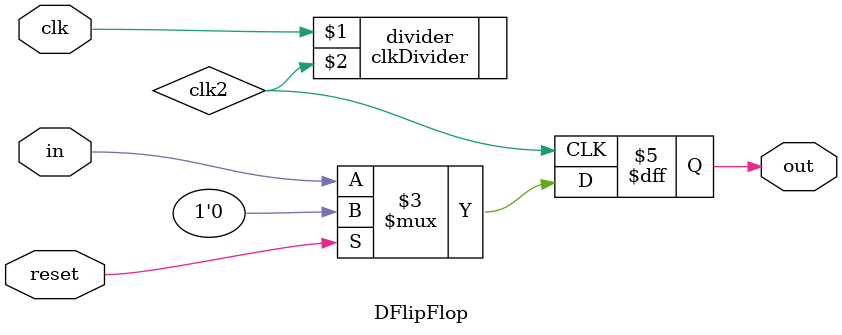
<source format=sv>
`timescale 1ns / 1ps


module DFlipFlop(
    input logic clk,
    input logic reset,
    input logic in,
    output logic out        
    );
    logic clk2;
    clkDivider divider(clk,clk2);
    always_ff@(posedge clk2) begin
        if(reset) out <= 1'b0;
        else out <= in;
    end
endmodule

</source>
